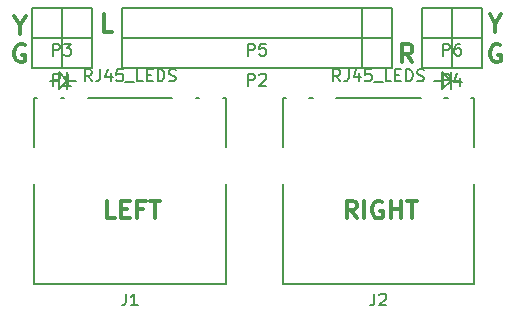
<source format=gto>
G04 #@! TF.FileFunction,Legend,Top*
%FSLAX46Y46*%
G04 Gerber Fmt 4.6, Leading zero omitted, Abs format (unit mm)*
G04 Created by KiCad (PCBNEW (2015-01-08 BZR 5360)-product) date 2015-02-07T22:50:42 CET*
%MOMM*%
G01*
G04 APERTURE LIST*
%ADD10C,0.150000*%
%ADD11C,0.200000*%
%ADD12C,0.300000*%
%ADD13C,0.203200*%
G04 APERTURE END LIST*
D10*
D11*
X98250000Y-66250000D02*
X99000000Y-67000000D01*
X99000000Y-67000000D02*
X98250000Y-67750000D01*
X98250000Y-67750000D02*
X98250000Y-66250000D01*
X99000000Y-66250000D02*
X99000000Y-67750000D01*
X99000000Y-67000000D02*
X99750000Y-67000000D01*
X98250000Y-67000000D02*
X97500000Y-67000000D01*
X65750000Y-67000000D02*
X65000000Y-67000000D01*
X66500000Y-67000000D02*
X67250000Y-67000000D01*
X66500000Y-66250000D02*
X66500000Y-67750000D01*
X65750000Y-67750000D02*
X65750000Y-66250000D01*
X66500000Y-67000000D02*
X65750000Y-67750000D01*
X65750000Y-66250000D02*
X66500000Y-67000000D01*
D12*
X103135857Y-64020000D02*
X102993000Y-63948571D01*
X102778714Y-63948571D01*
X102564429Y-64020000D01*
X102421571Y-64162857D01*
X102350143Y-64305714D01*
X102278714Y-64591429D01*
X102278714Y-64805714D01*
X102350143Y-65091429D01*
X102421571Y-65234286D01*
X102564429Y-65377143D01*
X102778714Y-65448571D01*
X102921571Y-65448571D01*
X103135857Y-65377143D01*
X103207286Y-65305714D01*
X103207286Y-64805714D01*
X102921571Y-64805714D01*
X102743000Y-62194286D02*
X102743000Y-62908571D01*
X102243000Y-61408571D02*
X102743000Y-62194286D01*
X103243000Y-61408571D01*
X62876857Y-64020000D02*
X62734000Y-63948571D01*
X62519714Y-63948571D01*
X62305429Y-64020000D01*
X62162571Y-64162857D01*
X62091143Y-64305714D01*
X62019714Y-64591429D01*
X62019714Y-64805714D01*
X62091143Y-65091429D01*
X62162571Y-65234286D01*
X62305429Y-65377143D01*
X62519714Y-65448571D01*
X62662571Y-65448571D01*
X62876857Y-65377143D01*
X62948286Y-65305714D01*
X62948286Y-64805714D01*
X62662571Y-64805714D01*
X62484000Y-62321286D02*
X62484000Y-63035571D01*
X61984000Y-61535571D02*
X62484000Y-62321286D01*
X62984000Y-61535571D01*
X91000000Y-78678571D02*
X90500000Y-77964286D01*
X90142857Y-78678571D02*
X90142857Y-77178571D01*
X90714285Y-77178571D01*
X90857143Y-77250000D01*
X90928571Y-77321429D01*
X91000000Y-77464286D01*
X91000000Y-77678571D01*
X90928571Y-77821429D01*
X90857143Y-77892857D01*
X90714285Y-77964286D01*
X90142857Y-77964286D01*
X91642857Y-78678571D02*
X91642857Y-77178571D01*
X93142857Y-77250000D02*
X93000000Y-77178571D01*
X92785714Y-77178571D01*
X92571429Y-77250000D01*
X92428571Y-77392857D01*
X92357143Y-77535714D01*
X92285714Y-77821429D01*
X92285714Y-78035714D01*
X92357143Y-78321429D01*
X92428571Y-78464286D01*
X92571429Y-78607143D01*
X92785714Y-78678571D01*
X92928571Y-78678571D01*
X93142857Y-78607143D01*
X93214286Y-78535714D01*
X93214286Y-78035714D01*
X92928571Y-78035714D01*
X93857143Y-78678571D02*
X93857143Y-77178571D01*
X93857143Y-77892857D02*
X94714286Y-77892857D01*
X94714286Y-78678571D02*
X94714286Y-77178571D01*
X95214286Y-77178571D02*
X96071429Y-77178571D01*
X95642858Y-78678571D02*
X95642858Y-77178571D01*
X70571429Y-78678571D02*
X69857143Y-78678571D01*
X69857143Y-77178571D01*
X71071429Y-77892857D02*
X71571429Y-77892857D01*
X71785715Y-78678571D02*
X71071429Y-78678571D01*
X71071429Y-77178571D01*
X71785715Y-77178571D01*
X72928572Y-77892857D02*
X72428572Y-77892857D01*
X72428572Y-78678571D02*
X72428572Y-77178571D01*
X73142858Y-77178571D01*
X73500000Y-77178571D02*
X74357143Y-77178571D01*
X73928572Y-78678571D02*
X73928572Y-77178571D01*
X95714286Y-65448571D02*
X95214286Y-64734286D01*
X94857143Y-65448571D02*
X94857143Y-63948571D01*
X95428571Y-63948571D01*
X95571429Y-64020000D01*
X95642857Y-64091429D01*
X95714286Y-64234286D01*
X95714286Y-64448571D01*
X95642857Y-64591429D01*
X95571429Y-64662857D01*
X95428571Y-64734286D01*
X94857143Y-64734286D01*
X70314286Y-62908571D02*
X69600000Y-62908571D01*
X69600000Y-61408571D01*
D10*
X66035000Y-63415000D02*
X66035000Y-60875000D01*
X68575000Y-63415000D02*
X68575000Y-60875000D01*
X68575000Y-60875000D02*
X66035000Y-60875000D01*
X66035000Y-60875000D02*
X63495000Y-60875000D01*
X63495000Y-60875000D02*
X63495000Y-63415000D01*
X63495000Y-63415000D02*
X68575000Y-63415000D01*
X66035000Y-65955000D02*
X66035000Y-63415000D01*
X68575000Y-65955000D02*
X68575000Y-63415000D01*
X68575000Y-63415000D02*
X66035000Y-63415000D01*
X66035000Y-63415000D02*
X63495000Y-63415000D01*
X63495000Y-63415000D02*
X63495000Y-65955000D01*
X63495000Y-65955000D02*
X68575000Y-65955000D01*
X91435000Y-65955000D02*
X71115000Y-65955000D01*
X71115000Y-65955000D02*
X71115000Y-63415000D01*
X71115000Y-63415000D02*
X91435000Y-63415000D01*
X93975000Y-65955000D02*
X91435000Y-65955000D01*
X91435000Y-65955000D02*
X91435000Y-63415000D01*
X93975000Y-65955000D02*
X93975000Y-63415000D01*
X93975000Y-63415000D02*
X91435000Y-63415000D01*
X99055000Y-65955000D02*
X99055000Y-63415000D01*
X101595000Y-65955000D02*
X101595000Y-63415000D01*
X101595000Y-63415000D02*
X99055000Y-63415000D01*
X99055000Y-63415000D02*
X96515000Y-63415000D01*
X96515000Y-63415000D02*
X96515000Y-65955000D01*
X96515000Y-65955000D02*
X101595000Y-65955000D01*
X91435000Y-63415000D02*
X71115000Y-63415000D01*
X71115000Y-63415000D02*
X71115000Y-60875000D01*
X71115000Y-60875000D02*
X91435000Y-60875000D01*
X93975000Y-63415000D02*
X91435000Y-63415000D01*
X91435000Y-63415000D02*
X91435000Y-60875000D01*
X93975000Y-63415000D02*
X93975000Y-60875000D01*
X93975000Y-60875000D02*
X91435000Y-60875000D01*
X99055000Y-63415000D02*
X99055000Y-60875000D01*
X101595000Y-63415000D02*
X101595000Y-60875000D01*
X101595000Y-60875000D02*
X99055000Y-60875000D01*
X99055000Y-60875000D02*
X96515000Y-60875000D01*
X96515000Y-60875000D02*
X96515000Y-63415000D01*
X96515000Y-63415000D02*
X101595000Y-63415000D01*
X100690000Y-68490000D02*
X100930000Y-68490000D01*
X98400000Y-68490000D02*
X98690000Y-68490000D01*
X89260000Y-68490000D02*
X96410000Y-68490000D01*
X84970000Y-68490000D02*
X84730000Y-68490000D01*
X86970000Y-68490000D02*
X87260000Y-68490000D01*
X100930000Y-72600000D02*
X100930000Y-68490000D01*
X84730000Y-68490000D02*
X84730000Y-72600000D01*
X84730000Y-75780000D02*
X84730000Y-84190000D01*
X84730000Y-84190000D02*
X100930000Y-84190000D01*
X100930000Y-84190000D02*
X100930000Y-75780000D01*
X79660000Y-68490000D02*
X79900000Y-68490000D01*
X77370000Y-68490000D02*
X77660000Y-68490000D01*
X68230000Y-68490000D02*
X75380000Y-68490000D01*
X63940000Y-68490000D02*
X63700000Y-68490000D01*
X65940000Y-68490000D02*
X66230000Y-68490000D01*
X79900000Y-72600000D02*
X79900000Y-68490000D01*
X63700000Y-68490000D02*
X63700000Y-72600000D01*
X63700000Y-75780000D02*
X63700000Y-84190000D01*
X63700000Y-84190000D02*
X79900000Y-84190000D01*
X79900000Y-84190000D02*
X79900000Y-75780000D01*
X65296905Y-64883381D02*
X65296905Y-63883381D01*
X65677858Y-63883381D01*
X65773096Y-63931000D01*
X65820715Y-63978619D01*
X65868334Y-64073857D01*
X65868334Y-64216714D01*
X65820715Y-64311952D01*
X65773096Y-64359571D01*
X65677858Y-64407190D01*
X65296905Y-64407190D01*
X66201667Y-63883381D02*
X66820715Y-63883381D01*
X66487381Y-64264333D01*
X66630239Y-64264333D01*
X66725477Y-64311952D01*
X66773096Y-64359571D01*
X66820715Y-64454810D01*
X66820715Y-64692905D01*
X66773096Y-64788143D01*
X66725477Y-64835762D01*
X66630239Y-64883381D01*
X66344524Y-64883381D01*
X66249286Y-64835762D01*
X66201667Y-64788143D01*
X65296905Y-67423381D02*
X65296905Y-66423381D01*
X65677858Y-66423381D01*
X65773096Y-66471000D01*
X65820715Y-66518619D01*
X65868334Y-66613857D01*
X65868334Y-66756714D01*
X65820715Y-66851952D01*
X65773096Y-66899571D01*
X65677858Y-66947190D01*
X65296905Y-66947190D01*
X66820715Y-67423381D02*
X66249286Y-67423381D01*
X66535000Y-67423381D02*
X66535000Y-66423381D01*
X66439762Y-66566238D01*
X66344524Y-66661476D01*
X66249286Y-66709095D01*
X81806905Y-67423381D02*
X81806905Y-66423381D01*
X82187858Y-66423381D01*
X82283096Y-66471000D01*
X82330715Y-66518619D01*
X82378334Y-66613857D01*
X82378334Y-66756714D01*
X82330715Y-66851952D01*
X82283096Y-66899571D01*
X82187858Y-66947190D01*
X81806905Y-66947190D01*
X82759286Y-66518619D02*
X82806905Y-66471000D01*
X82902143Y-66423381D01*
X83140239Y-66423381D01*
X83235477Y-66471000D01*
X83283096Y-66518619D01*
X83330715Y-66613857D01*
X83330715Y-66709095D01*
X83283096Y-66851952D01*
X82711667Y-67423381D01*
X83330715Y-67423381D01*
X98316905Y-67423381D02*
X98316905Y-66423381D01*
X98697858Y-66423381D01*
X98793096Y-66471000D01*
X98840715Y-66518619D01*
X98888334Y-66613857D01*
X98888334Y-66756714D01*
X98840715Y-66851952D01*
X98793096Y-66899571D01*
X98697858Y-66947190D01*
X98316905Y-66947190D01*
X99745477Y-66756714D02*
X99745477Y-67423381D01*
X99507381Y-66375762D02*
X99269286Y-67090048D01*
X99888334Y-67090048D01*
X81806905Y-64883381D02*
X81806905Y-63883381D01*
X82187858Y-63883381D01*
X82283096Y-63931000D01*
X82330715Y-63978619D01*
X82378334Y-64073857D01*
X82378334Y-64216714D01*
X82330715Y-64311952D01*
X82283096Y-64359571D01*
X82187858Y-64407190D01*
X81806905Y-64407190D01*
X83283096Y-63883381D02*
X82806905Y-63883381D01*
X82759286Y-64359571D01*
X82806905Y-64311952D01*
X82902143Y-64264333D01*
X83140239Y-64264333D01*
X83235477Y-64311952D01*
X83283096Y-64359571D01*
X83330715Y-64454810D01*
X83330715Y-64692905D01*
X83283096Y-64788143D01*
X83235477Y-64835762D01*
X83140239Y-64883381D01*
X82902143Y-64883381D01*
X82806905Y-64835762D01*
X82759286Y-64788143D01*
X98316905Y-64883381D02*
X98316905Y-63883381D01*
X98697858Y-63883381D01*
X98793096Y-63931000D01*
X98840715Y-63978619D01*
X98888334Y-64073857D01*
X98888334Y-64216714D01*
X98840715Y-64311952D01*
X98793096Y-64359571D01*
X98697858Y-64407190D01*
X98316905Y-64407190D01*
X99745477Y-63883381D02*
X99555000Y-63883381D01*
X99459762Y-63931000D01*
X99412143Y-63978619D01*
X99316905Y-64121476D01*
X99269286Y-64311952D01*
X99269286Y-64692905D01*
X99316905Y-64788143D01*
X99364524Y-64835762D01*
X99459762Y-64883381D01*
X99650239Y-64883381D01*
X99745477Y-64835762D01*
X99793096Y-64788143D01*
X99840715Y-64692905D01*
X99840715Y-64454810D01*
X99793096Y-64359571D01*
X99745477Y-64311952D01*
X99650239Y-64264333D01*
X99459762Y-64264333D01*
X99364524Y-64311952D01*
X99316905Y-64359571D01*
X99269286Y-64454810D01*
D13*
X92496667Y-85032381D02*
X92496667Y-85746667D01*
X92449047Y-85889524D01*
X92353809Y-85984762D01*
X92210952Y-86032381D01*
X92115714Y-86032381D01*
X92925238Y-85127619D02*
X92972857Y-85080000D01*
X93068095Y-85032381D01*
X93306191Y-85032381D01*
X93401429Y-85080000D01*
X93449048Y-85127619D01*
X93496667Y-85222857D01*
X93496667Y-85318095D01*
X93449048Y-85460952D01*
X92877619Y-86032381D01*
X93496667Y-86032381D01*
X89589443Y-67052725D02*
X89255856Y-66576172D01*
X89017580Y-67052725D02*
X89017580Y-66051965D01*
X89398822Y-66051965D01*
X89494133Y-66099620D01*
X89541788Y-66147275D01*
X89589443Y-66242586D01*
X89589443Y-66385551D01*
X89541788Y-66480862D01*
X89494133Y-66528517D01*
X89398822Y-66576172D01*
X89017580Y-66576172D01*
X90304272Y-66051965D02*
X90304272Y-66766793D01*
X90256616Y-66909759D01*
X90161306Y-67005070D01*
X90018340Y-67052725D01*
X89923030Y-67052725D01*
X91209721Y-66385551D02*
X91209721Y-67052725D01*
X90971445Y-66004310D02*
X90733169Y-66719138D01*
X91352687Y-66719138D01*
X92210482Y-66051965D02*
X91733929Y-66051965D01*
X91686274Y-66528517D01*
X91733929Y-66480862D01*
X91829240Y-66433207D01*
X92067516Y-66433207D01*
X92162826Y-66480862D01*
X92210482Y-66528517D01*
X92258137Y-66623828D01*
X92258137Y-66862104D01*
X92210482Y-66957414D01*
X92162826Y-67005070D01*
X92067516Y-67052725D01*
X91829240Y-67052725D01*
X91733929Y-67005070D01*
X91686274Y-66957414D01*
X92448758Y-67148035D02*
X93211242Y-67148035D01*
X93926071Y-67052725D02*
X93449518Y-67052725D01*
X93449518Y-66051965D01*
X94259657Y-66528517D02*
X94593244Y-66528517D01*
X94736210Y-67052725D02*
X94259657Y-67052725D01*
X94259657Y-66051965D01*
X94736210Y-66051965D01*
X95165107Y-67052725D02*
X95165107Y-66051965D01*
X95403383Y-66051965D01*
X95546349Y-66099620D01*
X95641660Y-66194930D01*
X95689315Y-66290241D01*
X95736970Y-66480862D01*
X95736970Y-66623828D01*
X95689315Y-66814449D01*
X95641660Y-66909759D01*
X95546349Y-67005070D01*
X95403383Y-67052725D01*
X95165107Y-67052725D01*
X96118212Y-67005070D02*
X96261178Y-67052725D01*
X96499454Y-67052725D01*
X96594764Y-67005070D01*
X96642420Y-66957414D01*
X96690075Y-66862104D01*
X96690075Y-66766793D01*
X96642420Y-66671483D01*
X96594764Y-66623828D01*
X96499454Y-66576172D01*
X96308833Y-66528517D01*
X96213522Y-66480862D01*
X96165867Y-66433207D01*
X96118212Y-66337896D01*
X96118212Y-66242586D01*
X96165867Y-66147275D01*
X96213522Y-66099620D01*
X96308833Y-66051965D01*
X96547109Y-66051965D01*
X96690075Y-66099620D01*
X71466667Y-85032381D02*
X71466667Y-85746667D01*
X71419047Y-85889524D01*
X71323809Y-85984762D01*
X71180952Y-86032381D01*
X71085714Y-86032381D01*
X72466667Y-86032381D02*
X71895238Y-86032381D01*
X72180952Y-86032381D02*
X72180952Y-85032381D01*
X72085714Y-85175238D01*
X71990476Y-85270476D01*
X71895238Y-85318095D01*
X68559443Y-67052725D02*
X68225856Y-66576172D01*
X67987580Y-67052725D02*
X67987580Y-66051965D01*
X68368822Y-66051965D01*
X68464133Y-66099620D01*
X68511788Y-66147275D01*
X68559443Y-66242586D01*
X68559443Y-66385551D01*
X68511788Y-66480862D01*
X68464133Y-66528517D01*
X68368822Y-66576172D01*
X67987580Y-66576172D01*
X69274272Y-66051965D02*
X69274272Y-66766793D01*
X69226616Y-66909759D01*
X69131306Y-67005070D01*
X68988340Y-67052725D01*
X68893030Y-67052725D01*
X70179721Y-66385551D02*
X70179721Y-67052725D01*
X69941445Y-66004310D02*
X69703169Y-66719138D01*
X70322687Y-66719138D01*
X71180482Y-66051965D02*
X70703929Y-66051965D01*
X70656274Y-66528517D01*
X70703929Y-66480862D01*
X70799240Y-66433207D01*
X71037516Y-66433207D01*
X71132826Y-66480862D01*
X71180482Y-66528517D01*
X71228137Y-66623828D01*
X71228137Y-66862104D01*
X71180482Y-66957414D01*
X71132826Y-67005070D01*
X71037516Y-67052725D01*
X70799240Y-67052725D01*
X70703929Y-67005070D01*
X70656274Y-66957414D01*
X71418758Y-67148035D02*
X72181242Y-67148035D01*
X72896071Y-67052725D02*
X72419518Y-67052725D01*
X72419518Y-66051965D01*
X73229657Y-66528517D02*
X73563244Y-66528517D01*
X73706210Y-67052725D02*
X73229657Y-67052725D01*
X73229657Y-66051965D01*
X73706210Y-66051965D01*
X74135107Y-67052725D02*
X74135107Y-66051965D01*
X74373383Y-66051965D01*
X74516349Y-66099620D01*
X74611660Y-66194930D01*
X74659315Y-66290241D01*
X74706970Y-66480862D01*
X74706970Y-66623828D01*
X74659315Y-66814449D01*
X74611660Y-66909759D01*
X74516349Y-67005070D01*
X74373383Y-67052725D01*
X74135107Y-67052725D01*
X75088212Y-67005070D02*
X75231178Y-67052725D01*
X75469454Y-67052725D01*
X75564764Y-67005070D01*
X75612420Y-66957414D01*
X75660075Y-66862104D01*
X75660075Y-66766793D01*
X75612420Y-66671483D01*
X75564764Y-66623828D01*
X75469454Y-66576172D01*
X75278833Y-66528517D01*
X75183522Y-66480862D01*
X75135867Y-66433207D01*
X75088212Y-66337896D01*
X75088212Y-66242586D01*
X75135867Y-66147275D01*
X75183522Y-66099620D01*
X75278833Y-66051965D01*
X75517109Y-66051965D01*
X75660075Y-66099620D01*
M02*

</source>
